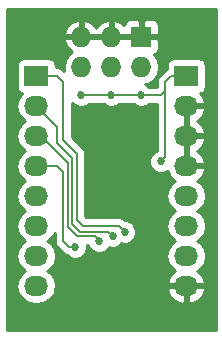
<source format=gbr>
G04 #@! TF.FileFunction,Copper,L2,Bot,Signal*
%FSLAX46Y46*%
G04 Gerber Fmt 4.6, Leading zero omitted, Abs format (unit mm)*
G04 Created by KiCad (PCBNEW no-vcs-found-product) date Wed 15 Jul 2015 01:59:35 AM PDT*
%MOMM*%
G01*
G04 APERTURE LIST*
%ADD10C,0.100000*%
%ADD11R,1.727200X1.727200*%
%ADD12O,1.727200X1.727200*%
%ADD13R,2.032000X1.727200*%
%ADD14O,2.032000X1.727200*%
%ADD15C,0.685800*%
%ADD16C,0.203200*%
%ADD17C,0.254000*%
G04 APERTURE END LIST*
D10*
D11*
X143510000Y-91059000D03*
D12*
X143510000Y-93599000D03*
X140970000Y-91059000D03*
X140970000Y-93599000D03*
X138430000Y-91059000D03*
X138430000Y-93599000D03*
D13*
X134620000Y-94361000D03*
D14*
X134620000Y-96901000D03*
X134620000Y-99441000D03*
X134620000Y-101981000D03*
X134620000Y-104521000D03*
X134620000Y-107061000D03*
X134620000Y-109601000D03*
X134620000Y-112141000D03*
D13*
X147320000Y-94361000D03*
D14*
X147320000Y-96901000D03*
X147320000Y-99441000D03*
X147320000Y-101981000D03*
X147320000Y-104521000D03*
X147320000Y-107061000D03*
X147320000Y-109601000D03*
X147320000Y-112141000D03*
D15*
X145161000Y-101600000D03*
X138430000Y-96012000D03*
X140970000Y-96012000D03*
X143510000Y-96012000D03*
X142113000Y-107569000D03*
X141097000Y-107950000D03*
X139954000Y-108331000D03*
X137922000Y-108839000D03*
X143129000Y-107188000D03*
D16*
X145542000Y-95631000D02*
X145542000Y-101219000D01*
X145542000Y-101219000D02*
X145161000Y-101600000D01*
X140970000Y-96012000D02*
X138430000Y-96012000D01*
X143510000Y-96012000D02*
X140970000Y-96012000D01*
X147320000Y-94361000D02*
X146050000Y-94361000D01*
X145161000Y-96012000D02*
X143510000Y-96012000D01*
X145542000Y-95631000D02*
X145161000Y-96012000D01*
X145542000Y-94869000D02*
X145542000Y-95631000D01*
X146050000Y-94361000D02*
X145542000Y-94869000D01*
X134620000Y-94361000D02*
X136398000Y-94361000D01*
X141605000Y-107061000D02*
X142113000Y-107569000D01*
X138557000Y-107061000D02*
X141605000Y-107061000D01*
X138049000Y-106553000D02*
X138557000Y-107061000D01*
X138049000Y-100965000D02*
X138049000Y-106553000D01*
X136906000Y-99822000D02*
X138049000Y-100965000D01*
X136906000Y-94869000D02*
X136906000Y-99822000D01*
X136398000Y-94361000D02*
X136906000Y-94869000D01*
X134620000Y-96901000D02*
X136398000Y-98679000D01*
X140716000Y-107569000D02*
X141097000Y-107950000D01*
X138303000Y-107569000D02*
X140716000Y-107569000D01*
X137668000Y-106934000D02*
X138303000Y-107569000D01*
X137668000Y-101346000D02*
X137668000Y-106934000D01*
X136398000Y-100076000D02*
X137668000Y-101346000D01*
X136398000Y-98679000D02*
X136398000Y-100076000D01*
X134620000Y-99441000D02*
X135001000Y-99441000D01*
X135001000Y-99441000D02*
X137287000Y-101727000D01*
X139573000Y-107950000D02*
X139954000Y-108331000D01*
X138049000Y-107950000D02*
X139573000Y-107950000D01*
X137287000Y-107188000D02*
X138049000Y-107950000D01*
X137287000Y-101727000D02*
X137287000Y-107188000D01*
X134620000Y-101981000D02*
X136398000Y-101981000D01*
X137414000Y-108839000D02*
X137922000Y-108839000D01*
X136906000Y-108331000D02*
X137414000Y-108839000D01*
X136906000Y-102489000D02*
X136906000Y-108331000D01*
X136398000Y-101981000D02*
X136906000Y-102489000D01*
D17*
G36*
X149810000Y-115901000D02*
X132130000Y-115901000D01*
X132130000Y-96901000D01*
X132936655Y-96901000D01*
X133050729Y-97474489D01*
X133375585Y-97960670D01*
X133690366Y-98171000D01*
X133375585Y-98381330D01*
X133050729Y-98867511D01*
X132936655Y-99441000D01*
X133050729Y-100014489D01*
X133375585Y-100500670D01*
X133690366Y-100711000D01*
X133375585Y-100921330D01*
X133050729Y-101407511D01*
X132936655Y-101981000D01*
X133050729Y-102554489D01*
X133375585Y-103040670D01*
X133690366Y-103251000D01*
X133375585Y-103461330D01*
X133050729Y-103947511D01*
X132936655Y-104521000D01*
X133050729Y-105094489D01*
X133375585Y-105580670D01*
X133690366Y-105791000D01*
X133375585Y-106001330D01*
X133050729Y-106487511D01*
X132936655Y-107061000D01*
X133050729Y-107634489D01*
X133375585Y-108120670D01*
X133690366Y-108331000D01*
X133375585Y-108541330D01*
X133050729Y-109027511D01*
X132936655Y-109601000D01*
X133050729Y-110174489D01*
X133375585Y-110660670D01*
X133690366Y-110871000D01*
X133375585Y-111081330D01*
X133050729Y-111567511D01*
X132936655Y-112141000D01*
X133050729Y-112714489D01*
X133375585Y-113200670D01*
X133861766Y-113525526D01*
X134435255Y-113639600D01*
X134804745Y-113639600D01*
X135378234Y-113525526D01*
X135864415Y-113200670D01*
X136189271Y-112714489D01*
X136231930Y-112500026D01*
X145712642Y-112500026D01*
X145715291Y-112515791D01*
X145969268Y-113043036D01*
X146405680Y-113432954D01*
X146958087Y-113626184D01*
X147193000Y-113481924D01*
X147193000Y-112268000D01*
X147447000Y-112268000D01*
X147447000Y-113481924D01*
X147681913Y-113626184D01*
X148234320Y-113432954D01*
X148670732Y-113043036D01*
X148924709Y-112515791D01*
X148927358Y-112500026D01*
X148806217Y-112268000D01*
X147447000Y-112268000D01*
X147193000Y-112268000D01*
X147193000Y-112268000D01*
X145833783Y-112268000D01*
X145712642Y-112500026D01*
X136231930Y-112500026D01*
X136303345Y-112141000D01*
X136189271Y-111567511D01*
X135864415Y-111081330D01*
X135549634Y-110871000D01*
X135864415Y-110660670D01*
X136189271Y-110174489D01*
X136303345Y-109601000D01*
X136189271Y-109027511D01*
X135864415Y-108541330D01*
X135549634Y-108331000D01*
X135864415Y-108120670D01*
X136169400Y-107664228D01*
X136169400Y-108331000D01*
X136225470Y-108612885D01*
X136385145Y-108851855D01*
X136893145Y-109359855D01*
X137132115Y-109519530D01*
X137241262Y-109541240D01*
X137367341Y-109667540D01*
X137726630Y-109816730D01*
X138115663Y-109817069D01*
X138475212Y-109668507D01*
X138750540Y-109393659D01*
X138899730Y-109034370D01*
X138900033Y-108686600D01*
X139042842Y-108686600D01*
X139124493Y-108884212D01*
X139399341Y-109159540D01*
X139758630Y-109308730D01*
X140147663Y-109309069D01*
X140507212Y-109160507D01*
X140782540Y-108885659D01*
X140785154Y-108879365D01*
X140901630Y-108927730D01*
X141290663Y-108928069D01*
X141650212Y-108779507D01*
X141893452Y-108536691D01*
X141917630Y-108546730D01*
X142306663Y-108547069D01*
X142666212Y-108398507D01*
X142941540Y-108123659D01*
X143090730Y-107764370D01*
X143091069Y-107375337D01*
X142942507Y-107015788D01*
X142667659Y-106740460D01*
X142308370Y-106591270D01*
X142176865Y-106591155D01*
X142125855Y-106540145D01*
X141886885Y-106380470D01*
X141605000Y-106324400D01*
X138862110Y-106324400D01*
X138785600Y-106247890D01*
X138785600Y-100965000D01*
X138729530Y-100683115D01*
X138569855Y-100444145D01*
X137642600Y-99516890D01*
X137642600Y-96607393D01*
X137875341Y-96840540D01*
X138234630Y-96989730D01*
X138623663Y-96990069D01*
X138983212Y-96841507D01*
X139076281Y-96748600D01*
X140323561Y-96748600D01*
X140415341Y-96840540D01*
X140774630Y-96989730D01*
X141163663Y-96990069D01*
X141523212Y-96841507D01*
X141616281Y-96748600D01*
X142863561Y-96748600D01*
X142955341Y-96840540D01*
X143314630Y-96989730D01*
X143703663Y-96990069D01*
X144063212Y-96841507D01*
X144156281Y-96748600D01*
X144805400Y-96748600D01*
X144805400Y-100688842D01*
X144607788Y-100770493D01*
X144332460Y-101045341D01*
X144183270Y-101404630D01*
X144182931Y-101793663D01*
X144331493Y-102153212D01*
X144606341Y-102428540D01*
X144965630Y-102577730D01*
X145354663Y-102578069D01*
X145714212Y-102429507D01*
X145738919Y-102404843D01*
X145969268Y-102883036D01*
X146385069Y-103254539D01*
X146075585Y-103461330D01*
X145750729Y-103947511D01*
X145636655Y-104521000D01*
X145750729Y-105094489D01*
X146075585Y-105580670D01*
X146390366Y-105791000D01*
X146075585Y-106001330D01*
X145750729Y-106487511D01*
X145636655Y-107061000D01*
X145750729Y-107634489D01*
X146075585Y-108120670D01*
X146390366Y-108331000D01*
X146075585Y-108541330D01*
X145750729Y-109027511D01*
X145636655Y-109601000D01*
X145750729Y-110174489D01*
X146075585Y-110660670D01*
X146385069Y-110867461D01*
X145969268Y-111238964D01*
X145715291Y-111766209D01*
X145712642Y-111781974D01*
X145833783Y-112014000D01*
X147193000Y-112014000D01*
X147193000Y-111994000D01*
X147447000Y-111994000D01*
X147447000Y-112014000D01*
X148806217Y-112014000D01*
X148927358Y-111781974D01*
X148924709Y-111766209D01*
X148670732Y-111238964D01*
X148254931Y-110867461D01*
X148564415Y-110660670D01*
X148889271Y-110174489D01*
X149003345Y-109601000D01*
X148889271Y-109027511D01*
X148564415Y-108541330D01*
X148249634Y-108331000D01*
X148564415Y-108120670D01*
X148889271Y-107634489D01*
X149003345Y-107061000D01*
X148889271Y-106487511D01*
X148564415Y-106001330D01*
X148249634Y-105791000D01*
X148564415Y-105580670D01*
X148889271Y-105094489D01*
X149003345Y-104521000D01*
X148889271Y-103947511D01*
X148564415Y-103461330D01*
X148254931Y-103254539D01*
X148670732Y-102883036D01*
X148924709Y-102355791D01*
X148927358Y-102340026D01*
X148806217Y-102108000D01*
X147447000Y-102108000D01*
X147447000Y-102128000D01*
X147193000Y-102128000D01*
X147193000Y-102108000D01*
X147173000Y-102108000D01*
X147173000Y-101854000D01*
X147193000Y-101854000D01*
X147193000Y-99568000D01*
X147447000Y-99568000D01*
X147447000Y-101854000D01*
X148806217Y-101854000D01*
X148927358Y-101621974D01*
X148924709Y-101606209D01*
X148670732Y-101078964D01*
X148258892Y-100711000D01*
X148670732Y-100343036D01*
X148924709Y-99815791D01*
X148927358Y-99800026D01*
X148806217Y-99568000D01*
X147447000Y-99568000D01*
X147193000Y-99568000D01*
X147193000Y-99568000D01*
X147173000Y-99568000D01*
X147173000Y-99314000D01*
X147193000Y-99314000D01*
X147193000Y-97028000D01*
X147447000Y-97028000D01*
X147447000Y-99314000D01*
X148806217Y-99314000D01*
X148927358Y-99081974D01*
X148924709Y-99066209D01*
X148670732Y-98538964D01*
X148258892Y-98171000D01*
X148670732Y-97803036D01*
X148924709Y-97275791D01*
X148927358Y-97260026D01*
X148806217Y-97028000D01*
X147447000Y-97028000D01*
X147193000Y-97028000D01*
X147193000Y-97028000D01*
X147173000Y-97028000D01*
X147173000Y-96774000D01*
X147193000Y-96774000D01*
X147193000Y-96754000D01*
X147447000Y-96754000D01*
X147447000Y-96774000D01*
X148806217Y-96774000D01*
X148927358Y-96541974D01*
X148924709Y-96526209D01*
X148670732Y-95998964D01*
X148494298Y-95841327D01*
X148578123Y-95825063D01*
X148790927Y-95685273D01*
X148933377Y-95474240D01*
X148983440Y-95224600D01*
X148983440Y-93497400D01*
X148936463Y-93255277D01*
X148796673Y-93042473D01*
X148585640Y-92900023D01*
X148336000Y-92849960D01*
X146304000Y-92849960D01*
X146061877Y-92896937D01*
X145849073Y-93036727D01*
X145706623Y-93247760D01*
X145656560Y-93497400D01*
X145656560Y-93755009D01*
X145529145Y-93840145D01*
X145021145Y-94348145D01*
X144861470Y-94587115D01*
X144805400Y-94869000D01*
X144805400Y-95275400D01*
X144156439Y-95275400D01*
X144064659Y-95183460D01*
X143793016Y-95070664D01*
X144083489Y-95012885D01*
X144569670Y-94688029D01*
X144894526Y-94201848D01*
X145008600Y-93628359D01*
X145008600Y-93569641D01*
X144894526Y-92996152D01*
X144579474Y-92524644D01*
X144733299Y-92460927D01*
X144911927Y-92282298D01*
X145008600Y-92048909D01*
X145008600Y-91344750D01*
X144849850Y-91186000D01*
X143637000Y-91186000D01*
X143637000Y-91206000D01*
X143383000Y-91206000D01*
X143383000Y-91186000D01*
X141097000Y-91186000D01*
X141097000Y-91206000D01*
X140843000Y-91206000D01*
X140843000Y-91186000D01*
X138557000Y-91186000D01*
X138557000Y-91206000D01*
X138303000Y-91206000D01*
X138303000Y-91186000D01*
X137095531Y-91186000D01*
X136975032Y-91418027D01*
X137223179Y-91947490D01*
X137641161Y-92329008D01*
X137370330Y-92509971D01*
X137045474Y-92996152D01*
X136931400Y-93569641D01*
X136931400Y-93628359D01*
X136987102Y-93908392D01*
X136918855Y-93840145D01*
X136679885Y-93680470D01*
X136398000Y-93624400D01*
X136283440Y-93624400D01*
X136283440Y-93497400D01*
X136236463Y-93255277D01*
X136096673Y-93042473D01*
X135885640Y-92900023D01*
X135636000Y-92849960D01*
X133604000Y-92849960D01*
X133361877Y-92896937D01*
X133149073Y-93036727D01*
X133006623Y-93247760D01*
X132956560Y-93497400D01*
X132956560Y-95224600D01*
X133003537Y-95466723D01*
X133143327Y-95679527D01*
X133354360Y-95821977D01*
X133392963Y-95829718D01*
X133375585Y-95841330D01*
X133050729Y-96327511D01*
X132936655Y-96901000D01*
X132130000Y-96901000D01*
X132130000Y-90699973D01*
X136975032Y-90699973D01*
X137095531Y-90932000D01*
X138303000Y-90932000D01*
X138303000Y-89725183D01*
X138557000Y-89725183D01*
X138557000Y-90932000D01*
X140843000Y-90932000D01*
X140843000Y-89725183D01*
X141097000Y-89725183D01*
X141097000Y-90932000D01*
X143383000Y-90932000D01*
X143383000Y-89719150D01*
X143637000Y-89719150D01*
X143637000Y-90932000D01*
X144849850Y-90932000D01*
X145008600Y-90773250D01*
X145008600Y-90069091D01*
X144911927Y-89835702D01*
X144733299Y-89657073D01*
X144499910Y-89560400D01*
X143795750Y-89560400D01*
X143637000Y-89719150D01*
X143383000Y-89719150D01*
X143383000Y-89719150D01*
X143224250Y-89560400D01*
X142520090Y-89560400D01*
X142286701Y-89657073D01*
X142108073Y-89835702D01*
X142026300Y-90033120D01*
X141744947Y-89776312D01*
X141329026Y-89604042D01*
X141097000Y-89725183D01*
X140843000Y-89725183D01*
X140843000Y-89725183D01*
X140610974Y-89604042D01*
X140195053Y-89776312D01*
X139763179Y-90170510D01*
X139700000Y-90305313D01*
X139636821Y-90170510D01*
X139204947Y-89776312D01*
X138789026Y-89604042D01*
X138557000Y-89725183D01*
X138303000Y-89725183D01*
X138303000Y-89725183D01*
X138070974Y-89604042D01*
X137655053Y-89776312D01*
X137223179Y-90170510D01*
X136975032Y-90699973D01*
X132130000Y-90699973D01*
X132130000Y-88696000D01*
X149810000Y-88696000D01*
X149810000Y-115901000D01*
X149810000Y-115901000D01*
G37*
X149810000Y-115901000D02*
X132130000Y-115901000D01*
X132130000Y-96901000D01*
X132936655Y-96901000D01*
X133050729Y-97474489D01*
X133375585Y-97960670D01*
X133690366Y-98171000D01*
X133375585Y-98381330D01*
X133050729Y-98867511D01*
X132936655Y-99441000D01*
X133050729Y-100014489D01*
X133375585Y-100500670D01*
X133690366Y-100711000D01*
X133375585Y-100921330D01*
X133050729Y-101407511D01*
X132936655Y-101981000D01*
X133050729Y-102554489D01*
X133375585Y-103040670D01*
X133690366Y-103251000D01*
X133375585Y-103461330D01*
X133050729Y-103947511D01*
X132936655Y-104521000D01*
X133050729Y-105094489D01*
X133375585Y-105580670D01*
X133690366Y-105791000D01*
X133375585Y-106001330D01*
X133050729Y-106487511D01*
X132936655Y-107061000D01*
X133050729Y-107634489D01*
X133375585Y-108120670D01*
X133690366Y-108331000D01*
X133375585Y-108541330D01*
X133050729Y-109027511D01*
X132936655Y-109601000D01*
X133050729Y-110174489D01*
X133375585Y-110660670D01*
X133690366Y-110871000D01*
X133375585Y-111081330D01*
X133050729Y-111567511D01*
X132936655Y-112141000D01*
X133050729Y-112714489D01*
X133375585Y-113200670D01*
X133861766Y-113525526D01*
X134435255Y-113639600D01*
X134804745Y-113639600D01*
X135378234Y-113525526D01*
X135864415Y-113200670D01*
X136189271Y-112714489D01*
X136231930Y-112500026D01*
X145712642Y-112500026D01*
X145715291Y-112515791D01*
X145969268Y-113043036D01*
X146405680Y-113432954D01*
X146958087Y-113626184D01*
X147193000Y-113481924D01*
X147193000Y-112268000D01*
X147447000Y-112268000D01*
X147447000Y-113481924D01*
X147681913Y-113626184D01*
X148234320Y-113432954D01*
X148670732Y-113043036D01*
X148924709Y-112515791D01*
X148927358Y-112500026D01*
X148806217Y-112268000D01*
X147447000Y-112268000D01*
X147193000Y-112268000D01*
X147193000Y-112268000D01*
X145833783Y-112268000D01*
X145712642Y-112500026D01*
X136231930Y-112500026D01*
X136303345Y-112141000D01*
X136189271Y-111567511D01*
X135864415Y-111081330D01*
X135549634Y-110871000D01*
X135864415Y-110660670D01*
X136189271Y-110174489D01*
X136303345Y-109601000D01*
X136189271Y-109027511D01*
X135864415Y-108541330D01*
X135549634Y-108331000D01*
X135864415Y-108120670D01*
X136169400Y-107664228D01*
X136169400Y-108331000D01*
X136225470Y-108612885D01*
X136385145Y-108851855D01*
X136893145Y-109359855D01*
X137132115Y-109519530D01*
X137241262Y-109541240D01*
X137367341Y-109667540D01*
X137726630Y-109816730D01*
X138115663Y-109817069D01*
X138475212Y-109668507D01*
X138750540Y-109393659D01*
X138899730Y-109034370D01*
X138900033Y-108686600D01*
X139042842Y-108686600D01*
X139124493Y-108884212D01*
X139399341Y-109159540D01*
X139758630Y-109308730D01*
X140147663Y-109309069D01*
X140507212Y-109160507D01*
X140782540Y-108885659D01*
X140785154Y-108879365D01*
X140901630Y-108927730D01*
X141290663Y-108928069D01*
X141650212Y-108779507D01*
X141893452Y-108536691D01*
X141917630Y-108546730D01*
X142306663Y-108547069D01*
X142666212Y-108398507D01*
X142941540Y-108123659D01*
X143090730Y-107764370D01*
X143091069Y-107375337D01*
X142942507Y-107015788D01*
X142667659Y-106740460D01*
X142308370Y-106591270D01*
X142176865Y-106591155D01*
X142125855Y-106540145D01*
X141886885Y-106380470D01*
X141605000Y-106324400D01*
X138862110Y-106324400D01*
X138785600Y-106247890D01*
X138785600Y-100965000D01*
X138729530Y-100683115D01*
X138569855Y-100444145D01*
X137642600Y-99516890D01*
X137642600Y-96607393D01*
X137875341Y-96840540D01*
X138234630Y-96989730D01*
X138623663Y-96990069D01*
X138983212Y-96841507D01*
X139076281Y-96748600D01*
X140323561Y-96748600D01*
X140415341Y-96840540D01*
X140774630Y-96989730D01*
X141163663Y-96990069D01*
X141523212Y-96841507D01*
X141616281Y-96748600D01*
X142863561Y-96748600D01*
X142955341Y-96840540D01*
X143314630Y-96989730D01*
X143703663Y-96990069D01*
X144063212Y-96841507D01*
X144156281Y-96748600D01*
X144805400Y-96748600D01*
X144805400Y-100688842D01*
X144607788Y-100770493D01*
X144332460Y-101045341D01*
X144183270Y-101404630D01*
X144182931Y-101793663D01*
X144331493Y-102153212D01*
X144606341Y-102428540D01*
X144965630Y-102577730D01*
X145354663Y-102578069D01*
X145714212Y-102429507D01*
X145738919Y-102404843D01*
X145969268Y-102883036D01*
X146385069Y-103254539D01*
X146075585Y-103461330D01*
X145750729Y-103947511D01*
X145636655Y-104521000D01*
X145750729Y-105094489D01*
X146075585Y-105580670D01*
X146390366Y-105791000D01*
X146075585Y-106001330D01*
X145750729Y-106487511D01*
X145636655Y-107061000D01*
X145750729Y-107634489D01*
X146075585Y-108120670D01*
X146390366Y-108331000D01*
X146075585Y-108541330D01*
X145750729Y-109027511D01*
X145636655Y-109601000D01*
X145750729Y-110174489D01*
X146075585Y-110660670D01*
X146385069Y-110867461D01*
X145969268Y-111238964D01*
X145715291Y-111766209D01*
X145712642Y-111781974D01*
X145833783Y-112014000D01*
X147193000Y-112014000D01*
X147193000Y-111994000D01*
X147447000Y-111994000D01*
X147447000Y-112014000D01*
X148806217Y-112014000D01*
X148927358Y-111781974D01*
X148924709Y-111766209D01*
X148670732Y-111238964D01*
X148254931Y-110867461D01*
X148564415Y-110660670D01*
X148889271Y-110174489D01*
X149003345Y-109601000D01*
X148889271Y-109027511D01*
X148564415Y-108541330D01*
X148249634Y-108331000D01*
X148564415Y-108120670D01*
X148889271Y-107634489D01*
X149003345Y-107061000D01*
X148889271Y-106487511D01*
X148564415Y-106001330D01*
X148249634Y-105791000D01*
X148564415Y-105580670D01*
X148889271Y-105094489D01*
X149003345Y-104521000D01*
X148889271Y-103947511D01*
X148564415Y-103461330D01*
X148254931Y-103254539D01*
X148670732Y-102883036D01*
X148924709Y-102355791D01*
X148927358Y-102340026D01*
X148806217Y-102108000D01*
X147447000Y-102108000D01*
X147447000Y-102128000D01*
X147193000Y-102128000D01*
X147193000Y-102108000D01*
X147173000Y-102108000D01*
X147173000Y-101854000D01*
X147193000Y-101854000D01*
X147193000Y-99568000D01*
X147447000Y-99568000D01*
X147447000Y-101854000D01*
X148806217Y-101854000D01*
X148927358Y-101621974D01*
X148924709Y-101606209D01*
X148670732Y-101078964D01*
X148258892Y-100711000D01*
X148670732Y-100343036D01*
X148924709Y-99815791D01*
X148927358Y-99800026D01*
X148806217Y-99568000D01*
X147447000Y-99568000D01*
X147193000Y-99568000D01*
X147193000Y-99568000D01*
X147173000Y-99568000D01*
X147173000Y-99314000D01*
X147193000Y-99314000D01*
X147193000Y-97028000D01*
X147447000Y-97028000D01*
X147447000Y-99314000D01*
X148806217Y-99314000D01*
X148927358Y-99081974D01*
X148924709Y-99066209D01*
X148670732Y-98538964D01*
X148258892Y-98171000D01*
X148670732Y-97803036D01*
X148924709Y-97275791D01*
X148927358Y-97260026D01*
X148806217Y-97028000D01*
X147447000Y-97028000D01*
X147193000Y-97028000D01*
X147193000Y-97028000D01*
X147173000Y-97028000D01*
X147173000Y-96774000D01*
X147193000Y-96774000D01*
X147193000Y-96754000D01*
X147447000Y-96754000D01*
X147447000Y-96774000D01*
X148806217Y-96774000D01*
X148927358Y-96541974D01*
X148924709Y-96526209D01*
X148670732Y-95998964D01*
X148494298Y-95841327D01*
X148578123Y-95825063D01*
X148790927Y-95685273D01*
X148933377Y-95474240D01*
X148983440Y-95224600D01*
X148983440Y-93497400D01*
X148936463Y-93255277D01*
X148796673Y-93042473D01*
X148585640Y-92900023D01*
X148336000Y-92849960D01*
X146304000Y-92849960D01*
X146061877Y-92896937D01*
X145849073Y-93036727D01*
X145706623Y-93247760D01*
X145656560Y-93497400D01*
X145656560Y-93755009D01*
X145529145Y-93840145D01*
X145021145Y-94348145D01*
X144861470Y-94587115D01*
X144805400Y-94869000D01*
X144805400Y-95275400D01*
X144156439Y-95275400D01*
X144064659Y-95183460D01*
X143793016Y-95070664D01*
X144083489Y-95012885D01*
X144569670Y-94688029D01*
X144894526Y-94201848D01*
X145008600Y-93628359D01*
X145008600Y-93569641D01*
X144894526Y-92996152D01*
X144579474Y-92524644D01*
X144733299Y-92460927D01*
X144911927Y-92282298D01*
X145008600Y-92048909D01*
X145008600Y-91344750D01*
X144849850Y-91186000D01*
X143637000Y-91186000D01*
X143637000Y-91206000D01*
X143383000Y-91206000D01*
X143383000Y-91186000D01*
X141097000Y-91186000D01*
X141097000Y-91206000D01*
X140843000Y-91206000D01*
X140843000Y-91186000D01*
X138557000Y-91186000D01*
X138557000Y-91206000D01*
X138303000Y-91206000D01*
X138303000Y-91186000D01*
X137095531Y-91186000D01*
X136975032Y-91418027D01*
X137223179Y-91947490D01*
X137641161Y-92329008D01*
X137370330Y-92509971D01*
X137045474Y-92996152D01*
X136931400Y-93569641D01*
X136931400Y-93628359D01*
X136987102Y-93908392D01*
X136918855Y-93840145D01*
X136679885Y-93680470D01*
X136398000Y-93624400D01*
X136283440Y-93624400D01*
X136283440Y-93497400D01*
X136236463Y-93255277D01*
X136096673Y-93042473D01*
X135885640Y-92900023D01*
X135636000Y-92849960D01*
X133604000Y-92849960D01*
X133361877Y-92896937D01*
X133149073Y-93036727D01*
X133006623Y-93247760D01*
X132956560Y-93497400D01*
X132956560Y-95224600D01*
X133003537Y-95466723D01*
X133143327Y-95679527D01*
X133354360Y-95821977D01*
X133392963Y-95829718D01*
X133375585Y-95841330D01*
X133050729Y-96327511D01*
X132936655Y-96901000D01*
X132130000Y-96901000D01*
X132130000Y-90699973D01*
X136975032Y-90699973D01*
X137095531Y-90932000D01*
X138303000Y-90932000D01*
X138303000Y-89725183D01*
X138557000Y-89725183D01*
X138557000Y-90932000D01*
X140843000Y-90932000D01*
X140843000Y-89725183D01*
X141097000Y-89725183D01*
X141097000Y-90932000D01*
X143383000Y-90932000D01*
X143383000Y-89719150D01*
X143637000Y-89719150D01*
X143637000Y-90932000D01*
X144849850Y-90932000D01*
X145008600Y-90773250D01*
X145008600Y-90069091D01*
X144911927Y-89835702D01*
X144733299Y-89657073D01*
X144499910Y-89560400D01*
X143795750Y-89560400D01*
X143637000Y-89719150D01*
X143383000Y-89719150D01*
X143383000Y-89719150D01*
X143224250Y-89560400D01*
X142520090Y-89560400D01*
X142286701Y-89657073D01*
X142108073Y-89835702D01*
X142026300Y-90033120D01*
X141744947Y-89776312D01*
X141329026Y-89604042D01*
X141097000Y-89725183D01*
X140843000Y-89725183D01*
X140843000Y-89725183D01*
X140610974Y-89604042D01*
X140195053Y-89776312D01*
X139763179Y-90170510D01*
X139700000Y-90305313D01*
X139636821Y-90170510D01*
X139204947Y-89776312D01*
X138789026Y-89604042D01*
X138557000Y-89725183D01*
X138303000Y-89725183D01*
X138303000Y-89725183D01*
X138070974Y-89604042D01*
X137655053Y-89776312D01*
X137223179Y-90170510D01*
X136975032Y-90699973D01*
X132130000Y-90699973D01*
X132130000Y-88696000D01*
X149810000Y-88696000D01*
X149810000Y-115901000D01*
M02*

</source>
